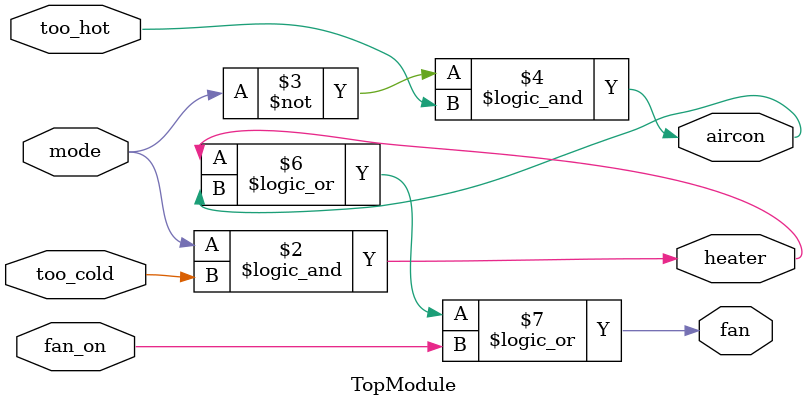
<source format=sv>

module TopModule (
  input mode,
  input too_cold,
  input too_hot,
  input fan_on,
  output heater,
  output aircon,
  output fan
);
assign heater = (mode == 1) && too_cold;
assign aircon = (mode == 0) && too_hot;

always @(*) begin
    fan = ((heater || aircon) || fan_on);
end

endmodule

</source>
